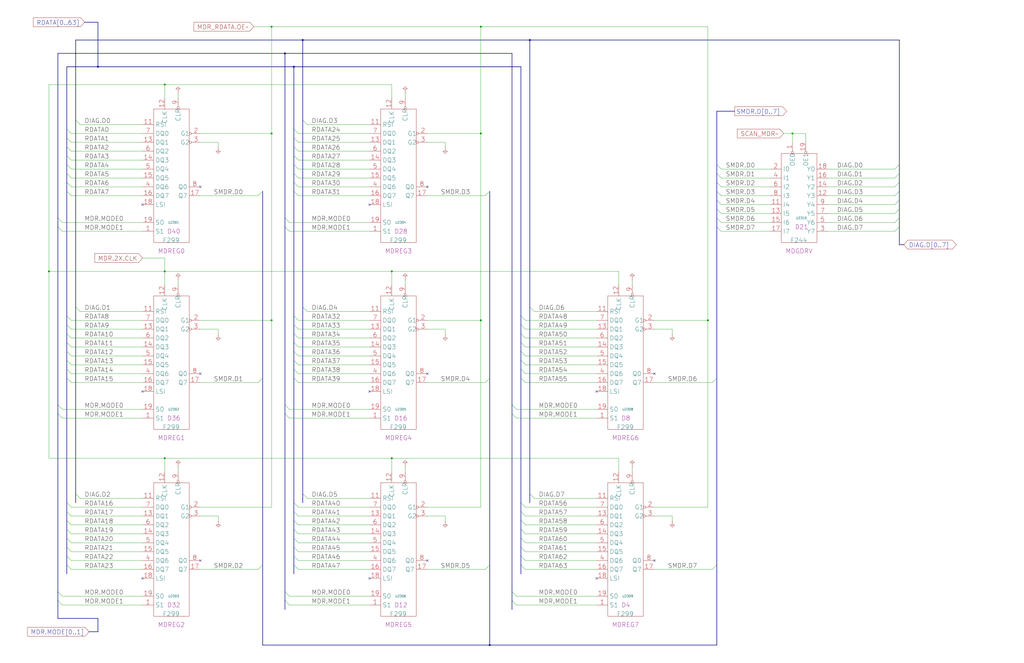
<source format=kicad_sch>
(kicad_sch (version 20220126) (generator eeschema)
  (paper "User" 584.2 378.46)
  (title_block (title "MERGE DATA REGISTER") (date "20-MAR-90") (rev "1.0") (comment 1 "FIU") (comment 2 "232-003065") (comment 3 "S400") (comment 4 "RELEASED"))
  (lib_symbols
    (symbol "r1000:F244" (pin_names (offset 1.016))
      (property "Reference" "U" (at 2.54 5.08 0))
      (property "Value" "F244" (at -3.81 -7.62 0))
      (property "Location" "___" (at -1.27 0 0))
      (property "Name" "______" (at 1.27 -15.24 0))
      (symbol "F244_1_1"
        (rectangle (start -8.89 41.91) (end 11.43 -8.89))
        (circle (center -2.54 42.545) (radius 0.635))
        (circle (center 5.08 42.545) (radius 0.635))
        (pin input line (at -2.54 48.26 270) (length 5.08) (name "OE0") (number "1"))
        (pin input line (at -15.24 12.7 0) (length 6.35) (name "I4") (number "11"))
        (pin tri_state line (at 17.78 17.78 180) (length 6.35) (name "Y3") (number "12"))
        (pin input line (at -15.24 7.62 0) (length 6.35) (name "I5") (number "13"))
        (pin tri_state line (at 17.78 22.86 180) (length 6.35) (name "Y2") (number "14"))
        (pin input line (at -15.24 2.54 0) (length 6.35) (name "I6") (number "15"))
        (pin tri_state line (at 17.78 27.94 180) (length 6.35) (name "Y1") (number "16"))
        (pin input line (at -15.24 -2.54 0) (length 6.35) (name "I7") (number "17"))
        (pin tri_state line (at 17.78 33.02 180) (length 6.35) (name "Y0") (number "18"))
        (pin input line (at 5.08 48.26 270) (length 5.08) (name "OE1") (number "19"))
        (pin input line (at -15.24 33.02 0) (length 6.35) (name "I0") (number "2"))
        (pin tri_state line (at 17.78 -2.54 180) (length 6.35) (name "Y7") (number "3"))
        (pin input line (at -15.24 27.94 0) (length 6.35) (name "I1") (number "4"))
        (pin tri_state line (at 17.78 2.54 180) (length 6.35) (name "Y6") (number "5"))
        (pin input line (at -15.24 22.86 0) (length 6.35) (name "I2") (number "6"))
        (pin tri_state line (at 17.78 7.62 180) (length 6.35) (name "Y5") (number "7"))
        (pin input line (at -15.24 17.78 0) (length 6.35) (name "I3") (number "8"))
        (pin tri_state line (at 17.78 12.7 180) (length 6.35) (name "Y4") (number "9"))
      )
    )
    (symbol "r1000:F299" (pin_names (offset 1.016))
      (property "Reference" "U" (at 2.54 5.08 0))
      (property "Value" "F299" (at -3.81 -5.08 0))
      (property "Location" "___" (at -1.27 0 0))
      (property "Name" "______" (at 1.27 -12.7 0))
      (symbol "F299_1_1"
        (rectangle (start -8.89 69.85) (end 11.43 -6.35))
        (circle (center 5.08 70.485) (radius 0.635))
        (circle (center 12.065 50.8) (radius 0.635))
        (circle (center 12.065 55.88) (radius 0.635))
        (pin input line (at -15.24 0 0) (length 6.35) (name "S1") (number "1"))
        (pin input line (at -15.24 60.96 0) (length 6.35) (name "RSI") (number "11"))
        (pin input line (at -2.54 76.2 270) (length 6.35) (name "CLK") (number "12"))
        (pin tri_state line (at -15.24 50.8 0) (length 6.35) (name "DQ1") (number "13"))
        (pin tri_state line (at -15.24 40.64 0) (length 6.35) (name "DQ3") (number "14"))
        (pin tri_state line (at -15.24 30.48 0) (length 6.35) (name "DQ5") (number "15"))
        (pin tri_state line (at -15.24 20.32 0) (length 6.35) (name "DQ7") (number "16"))
        (pin output line (at 17.78 20.32 180) (length 6.35) (name "Q7") (number "17"))
        (pin input line (at -15.24 15.24 0) (length 6.35) (name "LSI") (number "18"))
        (pin input line (at -15.24 5.08 0) (length 6.35) (name "S0") (number "19"))
        (pin input line (at 17.78 55.88 180) (length 5.08) (name "G1") (number "2"))
        (pin input line (at 17.78 50.8 180) (length 5.08) (name "G2") (number "3"))
        (pin tri_state line (at -15.24 25.4 0) (length 6.35) (name "DQ6") (number "4"))
        (pin tri_state line (at -15.24 35.56 0) (length 6.35) (name "DQ4") (number "5"))
        (pin tri_state line (at -15.24 45.72 0) (length 6.35) (name "DQ2") (number "6"))
        (pin tri_state line (at -15.24 55.88 0) (length 6.35) (name "DQ0") (number "7"))
        (pin output line (at 17.78 25.4 180) (length 6.35) (name "Q0") (number "8"))
        (pin input line (at 5.08 76.2 270) (length 5.08) (name "CLR") (number "9"))
      )
    )
    (symbol "r1000:PD" (power) (pin_numbers hide) (pin_names hide) (in_bom no)
      (symbol "PD_0_1"
        (polyline (pts (xy 0 -2.54) (xy 1.27 -2.54) (xy 0 -3.81) (xy -1.27 -2.54) (xy 0 -2.54)) (stroke (width 0.1524)))
      )
      (symbol "PD_1_1"
        (pin power_in line (at 0 0 270) (length 2.54) (name "PD") (number "1"))
      )
    )
    (symbol "r1000:PU" (power) (pin_numbers hide) (pin_names hide)
      (symbol "PU_0_1"
        (polyline (pts (xy 0 2.54) (xy -1.27 2.54) (xy 0 3.81) (xy 1.27 2.54) (xy 0 2.54)) (stroke (width 0.1524)))
      )
      (symbol "PU_1_1"
        (pin power_in line (at 0 0 90) (length 2.54) (name "PU") (number "1"))
      )
    )
  )
  (bus (pts (xy 149.86 109.22) (xy 149.86 215.9)))
  (bus (pts (xy 149.86 215.9) (xy 149.86 322.58)))
  (bus (pts (xy 149.86 322.58) (xy 149.86 368.3)))
  (bus (pts (xy 149.86 368.3) (xy 279.4 368.3)))
  (bus (pts (xy 162.56 124.46) (xy 162.56 129.54)))
  (bus (pts (xy 162.56 129.54) (xy 162.56 231.14)))
  (bus (pts (xy 162.56 231.14) (xy 162.56 236.22)))
  (bus (pts (xy 162.56 236.22) (xy 162.56 337.82)))
  (bus (pts (xy 162.56 30.48) (xy 162.56 124.46)))
  (bus (pts (xy 162.56 30.48) (xy 292.1 30.48)))
  (bus (pts (xy 162.56 337.82) (xy 162.56 342.9)))
  (bus (pts (xy 162.56 342.9) (xy 162.56 347.98)))
  (bus (pts (xy 167.64 104.14) (xy 167.64 109.22)))
  (bus (pts (xy 167.64 109.22) (xy 167.64 180.34)))
  (bus (pts (xy 167.64 180.34) (xy 167.64 185.42)))
  (bus (pts (xy 167.64 185.42) (xy 167.64 190.5)))
  (bus (pts (xy 167.64 190.5) (xy 167.64 195.58)))
  (bus (pts (xy 167.64 195.58) (xy 167.64 200.66)))
  (bus (pts (xy 167.64 200.66) (xy 167.64 205.74)))
  (bus (pts (xy 167.64 205.74) (xy 167.64 210.82)))
  (bus (pts (xy 167.64 210.82) (xy 167.64 215.9)))
  (bus (pts (xy 167.64 215.9) (xy 167.64 287.02)))
  (bus (pts (xy 167.64 287.02) (xy 167.64 292.1)))
  (bus (pts (xy 167.64 292.1) (xy 167.64 297.18)))
  (bus (pts (xy 167.64 297.18) (xy 167.64 302.26)))
  (bus (pts (xy 167.64 302.26) (xy 167.64 307.34)))
  (bus (pts (xy 167.64 307.34) (xy 167.64 312.42)))
  (bus (pts (xy 167.64 312.42) (xy 167.64 317.5)))
  (bus (pts (xy 167.64 317.5) (xy 167.64 322.58)))
  (bus (pts (xy 167.64 322.58) (xy 167.64 327.66)))
  (bus (pts (xy 167.64 38.1) (xy 167.64 73.66)))
  (bus (pts (xy 167.64 38.1) (xy 297.18 38.1)))
  (bus (pts (xy 167.64 73.66) (xy 167.64 78.74)))
  (bus (pts (xy 167.64 78.74) (xy 167.64 83.82)))
  (bus (pts (xy 167.64 83.82) (xy 167.64 88.9)))
  (bus (pts (xy 167.64 88.9) (xy 167.64 93.98)))
  (bus (pts (xy 167.64 93.98) (xy 167.64 99.06)))
  (bus (pts (xy 167.64 99.06) (xy 167.64 104.14)))
  (bus (pts (xy 172.72 175.26) (xy 172.72 281.94)))
  (bus (pts (xy 172.72 22.86) (xy 172.72 68.58)))
  (bus (pts (xy 172.72 22.86) (xy 302.26 22.86)))
  (bus (pts (xy 172.72 281.94) (xy 172.72 287.02)))
  (bus (pts (xy 172.72 68.58) (xy 172.72 175.26)))
  (bus (pts (xy 279.4 109.22) (xy 279.4 215.9)))
  (bus (pts (xy 279.4 215.9) (xy 279.4 322.58)))
  (bus (pts (xy 279.4 322.58) (xy 279.4 368.3)))
  (bus (pts (xy 279.4 368.3) (xy 408.94 368.3)))
  (bus (pts (xy 292.1 231.14) (xy 292.1 236.22)))
  (bus (pts (xy 292.1 236.22) (xy 292.1 337.82)))
  (bus (pts (xy 292.1 30.48) (xy 292.1 231.14)))
  (bus (pts (xy 292.1 337.82) (xy 292.1 342.9)))
  (bus (pts (xy 292.1 342.9) (xy 292.1 347.98)))
  (bus (pts (xy 297.18 180.34) (xy 297.18 185.42)))
  (bus (pts (xy 297.18 185.42) (xy 297.18 190.5)))
  (bus (pts (xy 297.18 190.5) (xy 297.18 195.58)))
  (bus (pts (xy 297.18 195.58) (xy 297.18 200.66)))
  (bus (pts (xy 297.18 200.66) (xy 297.18 205.74)))
  (bus (pts (xy 297.18 205.74) (xy 297.18 210.82)))
  (bus (pts (xy 297.18 210.82) (xy 297.18 215.9)))
  (bus (pts (xy 297.18 215.9) (xy 297.18 287.02)))
  (bus (pts (xy 297.18 287.02) (xy 297.18 292.1)))
  (bus (pts (xy 297.18 292.1) (xy 297.18 297.18)))
  (bus (pts (xy 297.18 297.18) (xy 297.18 302.26)))
  (bus (pts (xy 297.18 302.26) (xy 297.18 307.34)))
  (bus (pts (xy 297.18 307.34) (xy 297.18 312.42)))
  (bus (pts (xy 297.18 312.42) (xy 297.18 317.5)))
  (bus (pts (xy 297.18 317.5) (xy 297.18 322.58)))
  (bus (pts (xy 297.18 322.58) (xy 297.18 327.66)))
  (bus (pts (xy 297.18 38.1) (xy 297.18 180.34)))
  (bus (pts (xy 302.26 175.26) (xy 302.26 281.94)))
  (bus (pts (xy 302.26 22.86) (xy 302.26 175.26)))
  (bus (pts (xy 302.26 281.94) (xy 302.26 287.02)))
  (bus (pts (xy 33.02 124.46) (xy 33.02 129.54)))
  (bus (pts (xy 33.02 129.54) (xy 33.02 231.14)))
  (bus (pts (xy 33.02 231.14) (xy 33.02 236.22)))
  (bus (pts (xy 33.02 236.22) (xy 33.02 337.82)))
  (bus (pts (xy 33.02 30.48) (xy 162.56 30.48)))
  (bus (pts (xy 33.02 30.48) (xy 33.02 124.46)))
  (bus (pts (xy 33.02 337.82) (xy 33.02 342.9)))
  (bus (pts (xy 33.02 342.9) (xy 33.02 353.06)))
  (bus (pts (xy 38.1 104.14) (xy 38.1 109.22)))
  (bus (pts (xy 38.1 109.22) (xy 38.1 180.34)))
  (bus (pts (xy 38.1 180.34) (xy 38.1 185.42)))
  (bus (pts (xy 38.1 185.42) (xy 38.1 190.5)))
  (bus (pts (xy 38.1 190.5) (xy 38.1 195.58)))
  (bus (pts (xy 38.1 195.58) (xy 38.1 200.66)))
  (bus (pts (xy 38.1 200.66) (xy 38.1 205.74)))
  (bus (pts (xy 38.1 205.74) (xy 38.1 210.82)))
  (bus (pts (xy 38.1 210.82) (xy 38.1 215.9)))
  (bus (pts (xy 38.1 215.9) (xy 38.1 287.02)))
  (bus (pts (xy 38.1 287.02) (xy 38.1 292.1)))
  (bus (pts (xy 38.1 292.1) (xy 38.1 297.18)))
  (bus (pts (xy 38.1 297.18) (xy 38.1 302.26)))
  (bus (pts (xy 38.1 302.26) (xy 38.1 307.34)))
  (bus (pts (xy 38.1 307.34) (xy 38.1 312.42)))
  (bus (pts (xy 38.1 312.42) (xy 38.1 317.5)))
  (bus (pts (xy 38.1 317.5) (xy 38.1 322.58)))
  (bus (pts (xy 38.1 322.58) (xy 38.1 327.66)))
  (bus (pts (xy 38.1 38.1) (xy 38.1 73.66)))
  (bus (pts (xy 38.1 38.1) (xy 55.88 38.1)))
  (bus (pts (xy 38.1 73.66) (xy 38.1 78.74)))
  (bus (pts (xy 38.1 78.74) (xy 38.1 83.82)))
  (bus (pts (xy 38.1 83.82) (xy 38.1 88.9)))
  (bus (pts (xy 38.1 88.9) (xy 38.1 93.98)))
  (bus (pts (xy 38.1 93.98) (xy 38.1 99.06)))
  (bus (pts (xy 38.1 99.06) (xy 38.1 104.14)))
  (bus (pts (xy 408.94 104.14) (xy 408.94 109.22)))
  (bus (pts (xy 408.94 109.22) (xy 408.94 114.3)))
  (bus (pts (xy 408.94 114.3) (xy 408.94 119.38)))
  (bus (pts (xy 408.94 119.38) (xy 408.94 124.46)))
  (bus (pts (xy 408.94 124.46) (xy 408.94 129.54)))
  (bus (pts (xy 408.94 129.54) (xy 408.94 215.9)))
  (bus (pts (xy 408.94 215.9) (xy 408.94 322.58)))
  (bus (pts (xy 408.94 322.58) (xy 408.94 368.3)))
  (bus (pts (xy 408.94 63.5) (xy 408.94 93.98)))
  (bus (pts (xy 408.94 63.5) (xy 419.1 63.5)))
  (bus (pts (xy 408.94 93.98) (xy 408.94 99.06)))
  (bus (pts (xy 408.94 99.06) (xy 408.94 104.14)))
  (bus (pts (xy 43.18 175.26) (xy 43.18 281.94)))
  (bus (pts (xy 43.18 22.86) (xy 172.72 22.86)))
  (bus (pts (xy 43.18 22.86) (xy 43.18 68.58)))
  (bus (pts (xy 43.18 281.94) (xy 43.18 287.02)))
  (bus (pts (xy 43.18 68.58) (xy 43.18 175.26)))
  (bus (pts (xy 48.26 12.7) (xy 55.88 12.7)))
  (bus (pts (xy 50.8 360.68) (xy 55.88 360.68)))
  (bus (pts (xy 513.08 104.14) (xy 513.08 109.22)))
  (bus (pts (xy 513.08 109.22) (xy 513.08 114.3)))
  (bus (pts (xy 513.08 114.3) (xy 513.08 119.38)))
  (bus (pts (xy 513.08 119.38) (xy 513.08 124.46)))
  (bus (pts (xy 513.08 124.46) (xy 513.08 129.54)))
  (bus (pts (xy 513.08 129.54) (xy 513.08 139.7)))
  (bus (pts (xy 513.08 22.86) (xy 302.26 22.86)))
  (bus (pts (xy 513.08 22.86) (xy 513.08 93.98)))
  (bus (pts (xy 513.08 93.98) (xy 513.08 99.06)))
  (bus (pts (xy 513.08 99.06) (xy 513.08 104.14)))
  (bus (pts (xy 515.62 139.7) (xy 513.08 139.7)))
  (bus (pts (xy 55.88 12.7) (xy 55.88 38.1)))
  (bus (pts (xy 55.88 353.06) (xy 33.02 353.06)))
  (bus (pts (xy 55.88 360.68) (xy 55.88 353.06)))
  (bus (pts (xy 55.88 38.1) (xy 167.64 38.1)))
  (wire (pts (xy 101.6 160.02) (xy 101.6 162.56)))
  (wire (pts (xy 101.6 266.7) (xy 101.6 269.24)))
  (wire (pts (xy 101.6 53.34) (xy 101.6 55.88)))
  (wire (pts (xy 114.3 111.76) (xy 147.32 111.76)))
  (wire (pts (xy 114.3 182.88) (xy 154.94 182.88)))
  (wire (pts (xy 114.3 187.96) (xy 124.46 187.96)))
  (wire (pts (xy 114.3 218.44) (xy 147.32 218.44)))
  (wire (pts (xy 114.3 289.56) (xy 154.94 289.56)))
  (wire (pts (xy 114.3 294.64) (xy 124.46 294.64)))
  (wire (pts (xy 114.3 325.12) (xy 147.32 325.12)))
  (wire (pts (xy 114.3 76.2) (xy 154.94 76.2)))
  (wire (pts (xy 114.3 81.28) (xy 124.46 81.28)))
  (wire (pts (xy 124.46 187.96) (xy 124.46 190.5)))
  (wire (pts (xy 124.46 294.64) (xy 124.46 297.18)))
  (wire (pts (xy 124.46 81.28) (xy 124.46 83.82)))
  (wire (pts (xy 144.78 15.24) (xy 154.94 15.24)))
  (wire (pts (xy 154.94 15.24) (xy 274.32 15.24)))
  (wire (pts (xy 154.94 182.88) (xy 154.94 76.2)))
  (wire (pts (xy 154.94 289.56) (xy 154.94 182.88)))
  (wire (pts (xy 154.94 76.2) (xy 154.94 15.24)))
  (wire (pts (xy 165.1 127) (xy 210.82 127)))
  (wire (pts (xy 165.1 132.08) (xy 210.82 132.08)))
  (wire (pts (xy 165.1 233.68) (xy 210.82 233.68)))
  (wire (pts (xy 165.1 238.76) (xy 210.82 238.76)))
  (wire (pts (xy 165.1 340.36) (xy 210.82 340.36)))
  (wire (pts (xy 165.1 345.44) (xy 210.82 345.44)))
  (wire (pts (xy 170.18 101.6) (xy 210.82 101.6)))
  (wire (pts (xy 170.18 106.68) (xy 210.82 106.68)))
  (wire (pts (xy 170.18 111.76) (xy 210.82 111.76)))
  (wire (pts (xy 170.18 182.88) (xy 210.82 182.88)))
  (wire (pts (xy 170.18 187.96) (xy 210.82 187.96)))
  (wire (pts (xy 170.18 193.04) (xy 210.82 193.04)))
  (wire (pts (xy 170.18 198.12) (xy 210.82 198.12)))
  (wire (pts (xy 170.18 203.2) (xy 210.82 203.2)))
  (wire (pts (xy 170.18 208.28) (xy 210.82 208.28)))
  (wire (pts (xy 170.18 213.36) (xy 210.82 213.36)))
  (wire (pts (xy 170.18 218.44) (xy 210.82 218.44)))
  (wire (pts (xy 170.18 289.56) (xy 210.82 289.56)))
  (wire (pts (xy 170.18 294.64) (xy 210.82 294.64)))
  (wire (pts (xy 170.18 299.72) (xy 210.82 299.72)))
  (wire (pts (xy 170.18 304.8) (xy 210.82 304.8)))
  (wire (pts (xy 170.18 309.88) (xy 210.82 309.88)))
  (wire (pts (xy 170.18 314.96) (xy 210.82 314.96)))
  (wire (pts (xy 170.18 320.04) (xy 210.82 320.04)))
  (wire (pts (xy 170.18 325.12) (xy 210.82 325.12)))
  (wire (pts (xy 170.18 76.2) (xy 210.82 76.2)))
  (wire (pts (xy 170.18 81.28) (xy 210.82 81.28)))
  (wire (pts (xy 170.18 86.36) (xy 210.82 86.36)))
  (wire (pts (xy 170.18 91.44) (xy 210.82 91.44)))
  (wire (pts (xy 170.18 96.52) (xy 210.82 96.52)))
  (wire (pts (xy 175.26 177.8) (xy 210.82 177.8)))
  (wire (pts (xy 175.26 284.48) (xy 210.82 284.48)))
  (wire (pts (xy 175.26 71.12) (xy 210.82 71.12)))
  (wire (pts (xy 223.52 154.94) (xy 223.52 162.56)))
  (wire (pts (xy 223.52 154.94) (xy 93.98 154.94)))
  (wire (pts (xy 223.52 261.62) (xy 223.52 269.24)))
  (wire (pts (xy 223.52 261.62) (xy 353.06 261.62)))
  (wire (pts (xy 223.52 48.26) (xy 223.52 55.88)))
  (wire (pts (xy 231.14 160.02) (xy 231.14 162.56)))
  (wire (pts (xy 231.14 266.7) (xy 231.14 269.24)))
  (wire (pts (xy 231.14 53.34) (xy 231.14 55.88)))
  (wire (pts (xy 243.84 111.76) (xy 276.86 111.76)))
  (wire (pts (xy 243.84 182.88) (xy 274.32 182.88)))
  (wire (pts (xy 243.84 187.96) (xy 254 187.96)))
  (wire (pts (xy 243.84 218.44) (xy 276.86 218.44)))
  (wire (pts (xy 243.84 289.56) (xy 274.32 289.56)))
  (wire (pts (xy 243.84 294.64) (xy 254 294.64)))
  (wire (pts (xy 243.84 325.12) (xy 276.86 325.12)))
  (wire (pts (xy 243.84 76.2) (xy 274.32 76.2)))
  (wire (pts (xy 243.84 81.28) (xy 254 81.28)))
  (wire (pts (xy 254 187.96) (xy 254 190.5)))
  (wire (pts (xy 254 294.64) (xy 254 297.18)))
  (wire (pts (xy 254 81.28) (xy 254 83.82)))
  (wire (pts (xy 27.94 154.94) (xy 27.94 48.26)))
  (wire (pts (xy 27.94 261.62) (xy 27.94 154.94)))
  (wire (pts (xy 27.94 261.62) (xy 93.98 261.62)))
  (wire (pts (xy 27.94 48.26) (xy 93.98 48.26)))
  (wire (pts (xy 274.32 15.24) (xy 274.32 76.2)))
  (wire (pts (xy 274.32 15.24) (xy 403.86 15.24)))
  (wire (pts (xy 274.32 182.88) (xy 274.32 289.56)))
  (wire (pts (xy 274.32 76.2) (xy 274.32 182.88)))
  (wire (pts (xy 294.64 233.68) (xy 340.36 233.68)))
  (wire (pts (xy 294.64 238.76) (xy 340.36 238.76)))
  (wire (pts (xy 294.64 340.36) (xy 340.36 340.36)))
  (wire (pts (xy 294.64 345.44) (xy 340.36 345.44)))
  (wire (pts (xy 299.72 182.88) (xy 340.36 182.88)))
  (wire (pts (xy 299.72 187.96) (xy 340.36 187.96)))
  (wire (pts (xy 299.72 193.04) (xy 340.36 193.04)))
  (wire (pts (xy 299.72 198.12) (xy 340.36 198.12)))
  (wire (pts (xy 299.72 203.2) (xy 340.36 203.2)))
  (wire (pts (xy 299.72 208.28) (xy 340.36 208.28)))
  (wire (pts (xy 299.72 213.36) (xy 340.36 213.36)))
  (wire (pts (xy 299.72 218.44) (xy 340.36 218.44)))
  (wire (pts (xy 299.72 289.56) (xy 340.36 289.56)))
  (wire (pts (xy 299.72 294.64) (xy 340.36 294.64)))
  (wire (pts (xy 299.72 299.72) (xy 340.36 299.72)))
  (wire (pts (xy 299.72 304.8) (xy 340.36 304.8)))
  (wire (pts (xy 299.72 309.88) (xy 340.36 309.88)))
  (wire (pts (xy 299.72 314.96) (xy 340.36 314.96)))
  (wire (pts (xy 299.72 320.04) (xy 340.36 320.04)))
  (wire (pts (xy 299.72 325.12) (xy 340.36 325.12)))
  (wire (pts (xy 304.8 177.8) (xy 340.36 177.8)))
  (wire (pts (xy 304.8 284.48) (xy 340.36 284.48)))
  (wire (pts (xy 35.56 127) (xy 81.28 127)))
  (wire (pts (xy 35.56 132.08) (xy 81.28 132.08)))
  (wire (pts (xy 35.56 233.68) (xy 81.28 233.68)))
  (wire (pts (xy 35.56 238.76) (xy 81.28 238.76)))
  (wire (pts (xy 35.56 340.36) (xy 81.28 340.36)))
  (wire (pts (xy 35.56 345.44) (xy 81.28 345.44)))
  (wire (pts (xy 353.06 154.94) (xy 223.52 154.94)))
  (wire (pts (xy 353.06 162.56) (xy 353.06 154.94)))
  (wire (pts (xy 353.06 261.62) (xy 353.06 269.24)))
  (wire (pts (xy 360.68 160.02) (xy 360.68 162.56)))
  (wire (pts (xy 360.68 266.7) (xy 360.68 269.24)))
  (wire (pts (xy 373.38 182.88) (xy 403.86 182.88)))
  (wire (pts (xy 373.38 187.96) (xy 383.54 187.96)))
  (wire (pts (xy 373.38 218.44) (xy 406.4 218.44)))
  (wire (pts (xy 373.38 294.64) (xy 383.54 294.64)))
  (wire (pts (xy 373.38 325.12) (xy 406.4 325.12)))
  (wire (pts (xy 383.54 187.96) (xy 383.54 190.5)))
  (wire (pts (xy 383.54 294.64) (xy 383.54 297.18)))
  (wire (pts (xy 40.64 101.6) (xy 81.28 101.6)))
  (wire (pts (xy 40.64 106.68) (xy 81.28 106.68)))
  (wire (pts (xy 40.64 111.76) (xy 81.28 111.76)))
  (wire (pts (xy 40.64 182.88) (xy 81.28 182.88)))
  (wire (pts (xy 40.64 187.96) (xy 81.28 187.96)))
  (wire (pts (xy 40.64 193.04) (xy 81.28 193.04)))
  (wire (pts (xy 40.64 198.12) (xy 81.28 198.12)))
  (wire (pts (xy 40.64 203.2) (xy 81.28 203.2)))
  (wire (pts (xy 40.64 208.28) (xy 81.28 208.28)))
  (wire (pts (xy 40.64 213.36) (xy 81.28 213.36)))
  (wire (pts (xy 40.64 218.44) (xy 81.28 218.44)))
  (wire (pts (xy 40.64 289.56) (xy 81.28 289.56)))
  (wire (pts (xy 40.64 294.64) (xy 81.28 294.64)))
  (wire (pts (xy 40.64 299.72) (xy 81.28 299.72)))
  (wire (pts (xy 40.64 304.8) (xy 81.28 304.8)))
  (wire (pts (xy 40.64 309.88) (xy 81.28 309.88)))
  (wire (pts (xy 40.64 314.96) (xy 81.28 314.96)))
  (wire (pts (xy 40.64 320.04) (xy 81.28 320.04)))
  (wire (pts (xy 40.64 325.12) (xy 81.28 325.12)))
  (wire (pts (xy 40.64 76.2) (xy 81.28 76.2)))
  (wire (pts (xy 40.64 81.28) (xy 81.28 81.28)))
  (wire (pts (xy 40.64 86.36) (xy 81.28 86.36)))
  (wire (pts (xy 40.64 91.44) (xy 81.28 91.44)))
  (wire (pts (xy 40.64 96.52) (xy 81.28 96.52)))
  (wire (pts (xy 403.86 15.24) (xy 403.86 182.88)))
  (wire (pts (xy 403.86 182.88) (xy 403.86 289.56)))
  (wire (pts (xy 403.86 289.56) (xy 373.38 289.56)))
  (wire (pts (xy 411.48 101.6) (xy 439.42 101.6)))
  (wire (pts (xy 411.48 106.68) (xy 439.42 106.68)))
  (wire (pts (xy 411.48 111.76) (xy 439.42 111.76)))
  (wire (pts (xy 411.48 116.84) (xy 439.42 116.84)))
  (wire (pts (xy 411.48 121.92) (xy 439.42 121.92)))
  (wire (pts (xy 411.48 127) (xy 439.42 127)))
  (wire (pts (xy 411.48 132.08) (xy 439.42 132.08)))
  (wire (pts (xy 411.48 96.52) (xy 439.42 96.52)))
  (wire (pts (xy 45.72 177.8) (xy 81.28 177.8)))
  (wire (pts (xy 45.72 284.48) (xy 81.28 284.48)))
  (wire (pts (xy 45.72 71.12) (xy 81.28 71.12)))
  (wire (pts (xy 452.12 76.2) (xy 447.04 76.2)))
  (wire (pts (xy 452.12 76.2) (xy 452.12 81.28)))
  (wire (pts (xy 459.74 76.2) (xy 452.12 76.2)))
  (wire (pts (xy 459.74 81.28) (xy 459.74 76.2)))
  (wire (pts (xy 472.44 101.6) (xy 510.54 101.6)))
  (wire (pts (xy 472.44 106.68) (xy 510.54 106.68)))
  (wire (pts (xy 472.44 111.76) (xy 510.54 111.76)))
  (wire (pts (xy 472.44 116.84) (xy 510.54 116.84)))
  (wire (pts (xy 472.44 121.92) (xy 510.54 121.92)))
  (wire (pts (xy 472.44 127) (xy 510.54 127)))
  (wire (pts (xy 472.44 132.08) (xy 510.54 132.08)))
  (wire (pts (xy 472.44 96.52) (xy 510.54 96.52)))
  (wire (pts (xy 81.28 147.32) (xy 93.98 147.32)))
  (wire (pts (xy 93.98 147.32) (xy 93.98 154.94)))
  (wire (pts (xy 93.98 154.94) (xy 27.94 154.94)))
  (wire (pts (xy 93.98 154.94) (xy 93.98 162.56)))
  (wire (pts (xy 93.98 261.62) (xy 223.52 261.62)))
  (wire (pts (xy 93.98 269.24) (xy 93.98 261.62)))
  (wire (pts (xy 93.98 48.26) (xy 223.52 48.26)))
  (wire (pts (xy 93.98 48.26) (xy 93.98 55.88)))
  (junction (at 27.94 154.94))
  (bus_entry (at 33.02 124.46) (size 2.54 2.54))
  (bus_entry (at 33.02 129.54) (size 2.54 2.54))
  (bus_entry (at 33.02 231.14) (size 2.54 2.54))
  (bus_entry (at 33.02 236.22) (size 2.54 2.54))
  (bus_entry (at 33.02 337.82) (size 2.54 2.54))
  (bus_entry (at 33.02 342.9) (size 2.54 2.54))
  (bus_entry (at 38.1 73.66) (size 2.54 2.54))
  (bus_entry (at 38.1 78.74) (size 2.54 2.54))
  (bus_entry (at 38.1 83.82) (size 2.54 2.54))
  (bus_entry (at 38.1 88.9) (size 2.54 2.54))
  (bus_entry (at 38.1 93.98) (size 2.54 2.54))
  (bus_entry (at 38.1 99.06) (size 2.54 2.54))
  (bus_entry (at 38.1 104.14) (size 2.54 2.54))
  (bus_entry (at 38.1 109.22) (size 2.54 2.54))
  (bus_entry (at 38.1 180.34) (size 2.54 2.54))
  (bus_entry (at 38.1 185.42) (size 2.54 2.54))
  (bus_entry (at 38.1 190.5) (size 2.54 2.54))
  (bus_entry (at 38.1 195.58) (size 2.54 2.54))
  (bus_entry (at 38.1 200.66) (size 2.54 2.54))
  (bus_entry (at 38.1 205.74) (size 2.54 2.54))
  (bus_entry (at 38.1 210.82) (size 2.54 2.54))
  (bus_entry (at 38.1 215.9) (size 2.54 2.54))
  (bus_entry (at 38.1 287.02) (size 2.54 2.54))
  (bus_entry (at 38.1 292.1) (size 2.54 2.54))
  (bus_entry (at 38.1 297.18) (size 2.54 2.54))
  (bus_entry (at 38.1 302.26) (size 2.54 2.54))
  (bus_entry (at 38.1 307.34) (size 2.54 2.54))
  (bus_entry (at 38.1 312.42) (size 2.54 2.54))
  (bus_entry (at 38.1 317.5) (size 2.54 2.54))
  (bus_entry (at 38.1 322.58) (size 2.54 2.54))
  (bus_entry (at 43.18 68.58) (size 2.54 2.54))
  (bus_entry (at 43.18 175.26) (size 2.54 2.54))
  (bus_entry (at 43.18 281.94) (size 2.54 2.54))
  (global_label "RDATA[0..63]" (shape input) (at 48.26 12.7 180) (effects (font (size 2.54 2.54))) (property "Intersheet References" "${INTERSHEET_REFS}" (at 19.0016 12.5413 0) (effects (font (size 2.54 2.54)) (justify right))))
  (label "DIAG.D0" (at 48.26 71.12 0) (effects (font (size 2.54 2.54))))
  (label "RDATA0" (at 48.26 76.2 0) (effects (font (size 2.54 2.54))))
  (label "RDATA1" (at 48.26 81.28 0) (effects (font (size 2.54 2.54))))
  (label "RDATA2" (at 48.26 86.36 0) (effects (font (size 2.54 2.54))))
  (label "RDATA3" (at 48.26 91.44 0) (effects (font (size 2.54 2.54))))
  (label "RDATA4" (at 48.26 96.52 0) (effects (font (size 2.54 2.54))))
  (label "RDATA5" (at 48.26 101.6 0) (effects (font (size 2.54 2.54))))
  (label "RDATA6" (at 48.26 106.68 0) (effects (font (size 2.54 2.54))))
  (label "RDATA7" (at 48.26 111.76 0) (effects (font (size 2.54 2.54))))
  (label "MDR.MODE0" (at 48.26 127 0) (effects (font (size 2.54 2.54))))
  (label "MDR.MODE1" (at 48.26 132.08 0) (effects (font (size 2.54 2.54))))
  (label "DIAG.D1" (at 48.26 177.8 0) (effects (font (size 2.54 2.54))))
  (label "RDATA8" (at 48.26 182.88 0) (effects (font (size 2.54 2.54))))
  (label "RDATA9" (at 48.26 187.96 0) (effects (font (size 2.54 2.54))))
  (label "RDATA10" (at 48.26 193.04 0) (effects (font (size 2.54 2.54))))
  (label "RDATA11" (at 48.26 198.12 0) (effects (font (size 2.54 2.54))))
  (label "RDATA12" (at 48.26 203.2 0) (effects (font (size 2.54 2.54))))
  (label "RDATA13" (at 48.26 208.28 0) (effects (font (size 2.54 2.54))))
  (label "RDATA14" (at 48.26 213.36 0) (effects (font (size 2.54 2.54))))
  (label "RDATA15" (at 48.26 218.44 0) (effects (font (size 2.54 2.54))))
  (label "MDR.MODE0" (at 48.26 233.68 0) (effects (font (size 2.54 2.54))))
  (label "MDR.MODE1" (at 48.26 238.76 0) (effects (font (size 2.54 2.54))))
  (label "DIAG.D2" (at 48.26 284.48 0) (effects (font (size 2.54 2.54))))
  (label "RDATA16" (at 48.26 289.56 0) (effects (font (size 2.54 2.54))))
  (label "RDATA17" (at 48.26 294.64 0) (effects (font (size 2.54 2.54))))
  (label "RDATA18" (at 48.26 299.72 0) (effects (font (size 2.54 2.54))))
  (label "RDATA19" (at 48.26 304.8 0) (effects (font (size 2.54 2.54))))
  (label "RDATA20" (at 48.26 309.88 0) (effects (font (size 2.54 2.54))))
  (label "RDATA21" (at 48.26 314.96 0) (effects (font (size 2.54 2.54))))
  (label "RDATA22" (at 48.26 320.04 0) (effects (font (size 2.54 2.54))))
  (label "RDATA23" (at 48.26 325.12 0) (effects (font (size 2.54 2.54))))
  (label "MDR.MODE0" (at 48.26 340.36 0) (effects (font (size 2.54 2.54))))
  (label "MDR.MODE1" (at 48.26 345.44 0) (effects (font (size 2.54 2.54))))
  (global_label "MDR.MODE[0..1]" (shape input) (at 50.8 360.68 180) (effects (font (size 2.54 2.54))) (property "Intersheet References" "${INTERSHEET_REFS}" (at 15.7359 360.5213 0) (effects (font (size 2.54 2.54)) (justify right))))
  (junction (at 55.88 38.1))
  (no_connect (at 81.28 116.84))
  (global_label "MDR.2X.CLK" (shape input) (at 81.28 147.32 180) (effects (font (size 2.54 2.54))) (property "Intersheet References" "${INTERSHEET_REFS}" (at 54.0778 147.1613 0) (effects (font (size 2.54 2.54)) (justify right))))
  (no_connect (at 81.28 223.52))
  (no_connect (at 81.28 330.2))
  (junction (at 93.98 48.26))
  (junction (at 93.98 154.94))
  (junction (at 93.98 261.62))
  (symbol (lib_id "r1000:F299") (at 96.52 132.08 0) (unit 1)
    (property "Reference" "U2301" (at 99.06 127 0))
    (property "Value" "F299" (at 92.71 137.16 0) (effects (font (size 2.54 2.54)) (justify left)))
    (property "Location" "D40" (at 95.25 132.08 0) (effects (font (size 2.54 2.54)) (justify left)))
    (property "Name" "MDREG0" (at 97.79 144.78 0) (effects (font (size 2.54 2.54)) (justify bottom)))
  )
  (symbol (lib_id "r1000:F299") (at 96.52 238.76 0) (unit 1)
    (property "Reference" "U2302" (at 99.06 233.68 0))
    (property "Value" "F299" (at 92.71 243.84 0) (effects (font (size 2.54 2.54)) (justify left)))
    (property "Location" "D36" (at 95.25 238.76 0) (effects (font (size 2.54 2.54)) (justify left)))
    (property "Name" "MDREG1" (at 97.79 251.46 0) (effects (font (size 2.54 2.54)) (justify bottom)))
  )
  (symbol (lib_id "r1000:F299") (at 96.52 345.44 0) (unit 1)
    (property "Reference" "U2303" (at 99.06 340.36 0))
    (property "Value" "F299" (at 92.71 350.52 0) (effects (font (size 2.54 2.54)) (justify left)))
    (property "Location" "D32" (at 95.25 345.44 0) (effects (font (size 2.54 2.54)) (justify left)))
    (property "Name" "MDREG2" (at 97.79 358.14 0) (effects (font (size 2.54 2.54)) (justify bottom)))
  )
  (symbol (lib_id "r1000:PU") (at 101.6 53.34 0) (unit 1)
    (property "Reference" "#PWR02301" (effects hide))
    (property "Value" "PU" (effects hide))
  )
  (symbol (lib_id "r1000:PU") (at 101.6 160.02 0) (unit 1)
    (property "Reference" "#PWR0166" (effects hide))
    (property "Value" "PU" (effects hide))
  )
  (symbol (lib_id "r1000:PU") (at 101.6 266.7 0) (unit 1)
    (property "Reference" "#PWR0163" (effects hide))
    (property "Value" "PU" (effects hide))
  )
  (no_connect (at 114.3 106.68))
  (no_connect (at 114.3 213.36))
  (no_connect (at 114.3 320.04))
  (label "SMDR.D0" (at 121.92 111.76 0) (effects (font (size 2.54 2.54))))
  (label "SMDR.D1" (at 121.92 218.44 0) (effects (font (size 2.54 2.54))))
  (label "SMDR.D2" (at 121.92 325.12 0) (effects (font (size 2.54 2.54))))
  (symbol (lib_id "r1000:PD") (at 124.46 83.82 0) (unit 1) (in_bom no)
    (property "Reference" "#PWR02304" (effects hide))
    (property "Value" "PD" (effects hide))
  )
  (symbol (lib_id "r1000:PD") (at 124.46 190.5 0) (unit 1) (in_bom no)
    (property "Reference" "#PWR0164" (effects hide))
    (property "Value" "PD" (effects hide))
  )
  (symbol (lib_id "r1000:PD") (at 124.46 297.18 0) (unit 1) (in_bom no)
    (property "Reference" "#PWR0165" (effects hide))
    (property "Value" "PD" (effects hide))
  )
  (global_label "MDR_RDATA.OE~" (shape input) (at 144.78 15.24 180) (effects (font (size 2.54 2.54))) (property "Intersheet References" "${INTERSHEET_REFS}" (at 110.6835 15.0813 0) (effects (font (size 2.54 2.54)) (justify right))))
  (bus_entry (at 149.86 109.22) (size -2.54 2.54))
  (bus_entry (at 149.86 215.9) (size -2.54 2.54))
  (bus_entry (at 149.86 322.58) (size -2.54 2.54))
  (junction (at 154.94 15.24))
  (junction (at 154.94 76.2))
  (junction (at 154.94 182.88))
  (junction (at 162.56 30.48))
  (bus_entry (at 162.56 124.46) (size 2.54 2.54))
  (bus_entry (at 162.56 129.54) (size 2.54 2.54))
  (bus_entry (at 162.56 231.14) (size 2.54 2.54))
  (bus_entry (at 162.56 236.22) (size 2.54 2.54))
  (bus_entry (at 162.56 337.82) (size 2.54 2.54))
  (bus_entry (at 162.56 342.9) (size 2.54 2.54))
  (junction (at 167.64 38.1))
  (bus_entry (at 167.64 73.66) (size 2.54 2.54))
  (bus_entry (at 167.64 78.74) (size 2.54 2.54))
  (bus_entry (at 167.64 83.82) (size 2.54 2.54))
  (bus_entry (at 167.64 88.9) (size 2.54 2.54))
  (bus_entry (at 167.64 93.98) (size 2.54 2.54))
  (bus_entry (at 167.64 99.06) (size 2.54 2.54))
  (bus_entry (at 167.64 104.14) (size 2.54 2.54))
  (bus_entry (at 167.64 109.22) (size 2.54 2.54))
  (bus_entry (at 167.64 180.34) (size 2.54 2.54))
  (bus_entry (at 167.64 185.42) (size 2.54 2.54))
  (bus_entry (at 167.64 190.5) (size 2.54 2.54))
  (bus_entry (at 167.64 195.58) (size 2.54 2.54))
  (bus_entry (at 167.64 200.66) (size 2.54 2.54))
  (bus_entry (at 167.64 205.74) (size 2.54 2.54))
  (bus_entry (at 167.64 210.82) (size 2.54 2.54))
  (bus_entry (at 167.64 215.9) (size 2.54 2.54))
  (bus_entry (at 167.64 287.02) (size 2.54 2.54))
  (bus_entry (at 167.64 292.1) (size 2.54 2.54))
  (bus_entry (at 167.64 297.18) (size 2.54 2.54))
  (bus_entry (at 167.64 302.26) (size 2.54 2.54))
  (bus_entry (at 167.64 307.34) (size 2.54 2.54))
  (bus_entry (at 167.64 312.42) (size 2.54 2.54))
  (bus_entry (at 167.64 317.5) (size 2.54 2.54))
  (bus_entry (at 167.64 322.58) (size 2.54 2.54))
  (junction (at 172.72 22.86))
  (bus_entry (at 172.72 68.58) (size 2.54 2.54))
  (bus_entry (at 172.72 175.26) (size 2.54 2.54))
  (bus_entry (at 172.72 281.94) (size 2.54 2.54))
  (label "DIAG.D3" (at 177.8 71.12 0) (effects (font (size 2.54 2.54))))
  (label "RDATA24" (at 177.8 76.2 0) (effects (font (size 2.54 2.54))))
  (label "RDATA25" (at 177.8 81.28 0) (effects (font (size 2.54 2.54))))
  (label "RDATA26" (at 177.8 86.36 0) (effects (font (size 2.54 2.54))))
  (label "RDATA27" (at 177.8 91.44 0) (effects (font (size 2.54 2.54))))
  (label "RDATA28" (at 177.8 96.52 0) (effects (font (size 2.54 2.54))))
  (label "RDATA29" (at 177.8 101.6 0) (effects (font (size 2.54 2.54))))
  (label "RDATA30" (at 177.8 106.68 0) (effects (font (size 2.54 2.54))))
  (label "RDATA31" (at 177.8 111.76 0) (effects (font (size 2.54 2.54))))
  (label "MDR.MODE0" (at 177.8 127 0) (effects (font (size 2.54 2.54))))
  (label "MDR.MODE1" (at 177.8 132.08 0) (effects (font (size 2.54 2.54))))
  (label "DIAG.D4" (at 177.8 177.8 0) (effects (font (size 2.54 2.54))))
  (label "RDATA32" (at 177.8 182.88 0) (effects (font (size 2.54 2.54))))
  (label "RDATA33" (at 177.8 187.96 0) (effects (font (size 2.54 2.54))))
  (label "RDATA34" (at 177.8 193.04 0) (effects (font (size 2.54 2.54))))
  (label "RDATA35" (at 177.8 198.12 0) (effects (font (size 2.54 2.54))))
  (label "RDATA36" (at 177.8 203.2 0) (effects (font (size 2.54 2.54))))
  (label "RDATA37" (at 177.8 208.28 0) (effects (font (size 2.54 2.54))))
  (label "RDATA38" (at 177.8 213.36 0) (effects (font (size 2.54 2.54))))
  (label "RDATA39" (at 177.8 218.44 0) (effects (font (size 2.54 2.54))))
  (label "MDR.MODE0" (at 177.8 233.68 0) (effects (font (size 2.54 2.54))))
  (label "MDR.MODE1" (at 177.8 238.76 0) (effects (font (size 2.54 2.54))))
  (label "DIAG.D5" (at 177.8 284.48 0) (effects (font (size 2.54 2.54))))
  (label "RDATA40" (at 177.8 289.56 0) (effects (font (size 2.54 2.54))))
  (label "RDATA41" (at 177.8 294.64 0) (effects (font (size 2.54 2.54))))
  (label "RDATA42" (at 177.8 299.72 0) (effects (font (size 2.54 2.54))))
  (label "RDATA43" (at 177.8 304.8 0) (effects (font (size 2.54 2.54))))
  (label "RDATA44" (at 177.8 309.88 0) (effects (font (size 2.54 2.54))))
  (label "RDATA45" (at 177.8 314.96 0) (effects (font (size 2.54 2.54))))
  (label "RDATA46" (at 177.8 320.04 0) (effects (font (size 2.54 2.54))))
  (label "RDATA47" (at 177.8 325.12 0) (effects (font (size 2.54 2.54))))
  (label "MDR.MODE0" (at 177.8 340.36 0) (effects (font (size 2.54 2.54))))
  (label "MDR.MODE1" (at 177.8 345.44 0) (effects (font (size 2.54 2.54))))
  (no_connect (at 210.82 116.84))
  (no_connect (at 210.82 223.52))
  (no_connect (at 210.82 330.2))
  (junction (at 223.52 154.94))
  (junction (at 223.52 261.62))
  (symbol (lib_id "r1000:F299") (at 226.06 132.08 0) (unit 1)
    (property "Reference" "U2304" (at 228.6 127 0))
    (property "Value" "F299" (at 222.25 137.16 0) (effects (font (size 2.54 2.54)) (justify left)))
    (property "Location" "D28" (at 224.79 132.08 0) (effects (font (size 2.54 2.54)) (justify left)))
    (property "Name" "MDREG3" (at 227.33 144.78 0) (effects (font (size 2.54 2.54)) (justify bottom)))
  )
  (symbol (lib_id "r1000:F299") (at 226.06 238.76 0) (unit 1)
    (property "Reference" "U2305" (at 228.6 233.68 0))
    (property "Value" "F299" (at 222.25 243.84 0) (effects (font (size 2.54 2.54)) (justify left)))
    (property "Location" "D16" (at 224.79 238.76 0) (effects (font (size 2.54 2.54)) (justify left)))
    (property "Name" "MDREG4" (at 227.33 251.46 0) (effects (font (size 2.54 2.54)) (justify bottom)))
  )
  (symbol (lib_id "r1000:F299") (at 226.06 345.44 0) (unit 1)
    (property "Reference" "U2306" (at 228.6 340.36 0))
    (property "Value" "F299" (at 222.25 350.52 0) (effects (font (size 2.54 2.54)) (justify left)))
    (property "Location" "D12" (at 224.79 345.44 0) (effects (font (size 2.54 2.54)) (justify left)))
    (property "Name" "MDREG5" (at 227.33 358.14 0) (effects (font (size 2.54 2.54)) (justify bottom)))
  )
  (symbol (lib_id "r1000:PU") (at 231.14 53.34 0) (unit 1)
    (property "Reference" "#PWR0162" (effects hide))
    (property "Value" "PU" (effects hide))
  )
  (symbol (lib_id "r1000:PU") (at 231.14 160.02 0) (unit 1)
    (property "Reference" "#PWR0157" (effects hide))
    (property "Value" "PU" (effects hide))
  )
  (symbol (lib_id "r1000:PU") (at 231.14 266.7 0) (unit 1)
    (property "Reference" "#PWR0156" (effects hide))
    (property "Value" "PU" (effects hide))
  )
  (no_connect (at 243.84 106.68))
  (no_connect (at 243.84 213.36))
  (no_connect (at 243.84 320.04))
  (label "SMDR.D3" (at 251.46 111.76 0) (effects (font (size 2.54 2.54))))
  (label "SMDR.D4" (at 251.46 218.44 0) (effects (font (size 2.54 2.54))))
  (label "SMDR.D5" (at 251.46 325.12 0) (effects (font (size 2.54 2.54))))
  (symbol (lib_id "r1000:PD") (at 254 83.82 0) (unit 1) (in_bom no)
    (property "Reference" "#PWR0161" (effects hide))
    (property "Value" "PD" (effects hide))
  )
  (symbol (lib_id "r1000:PD") (at 254 190.5 0) (unit 1) (in_bom no)
    (property "Reference" "#PWR0158" (effects hide))
    (property "Value" "PD" (effects hide))
  )
  (symbol (lib_id "r1000:PD") (at 254 297.18 0) (unit 1) (in_bom no)
    (property "Reference" "#PWR0155" (effects hide))
    (property "Value" "PD" (effects hide))
  )
  (junction (at 274.32 15.24))
  (junction (at 274.32 76.2))
  (junction (at 274.32 182.88))
  (bus_entry (at 279.4 109.22) (size -2.54 2.54))
  (bus_entry (at 279.4 215.9) (size -2.54 2.54))
  (bus_entry (at 279.4 322.58) (size -2.54 2.54))
  (junction (at 279.4 368.3))
  (bus_entry (at 292.1 231.14) (size 2.54 2.54))
  (bus_entry (at 292.1 236.22) (size 2.54 2.54))
  (bus_entry (at 292.1 337.82) (size 2.54 2.54))
  (bus_entry (at 292.1 342.9) (size 2.54 2.54))
  (bus_entry (at 297.18 180.34) (size 2.54 2.54))
  (bus_entry (at 297.18 185.42) (size 2.54 2.54))
  (bus_entry (at 297.18 190.5) (size 2.54 2.54))
  (bus_entry (at 297.18 195.58) (size 2.54 2.54))
  (bus_entry (at 297.18 200.66) (size 2.54 2.54))
  (bus_entry (at 297.18 205.74) (size 2.54 2.54))
  (bus_entry (at 297.18 210.82) (size 2.54 2.54))
  (bus_entry (at 297.18 215.9) (size 2.54 2.54))
  (bus_entry (at 297.18 287.02) (size 2.54 2.54))
  (bus_entry (at 297.18 292.1) (size 2.54 2.54))
  (bus_entry (at 297.18 297.18) (size 2.54 2.54))
  (bus_entry (at 297.18 302.26) (size 2.54 2.54))
  (bus_entry (at 297.18 307.34) (size 2.54 2.54))
  (bus_entry (at 297.18 312.42) (size 2.54 2.54))
  (bus_entry (at 297.18 317.5) (size 2.54 2.54))
  (bus_entry (at 297.18 322.58) (size 2.54 2.54))
  (junction (at 302.26 22.86))
  (bus_entry (at 302.26 175.26) (size 2.54 2.54))
  (bus_entry (at 302.26 281.94) (size 2.54 2.54))
  (label "DIAG.D6" (at 307.34 177.8 0) (effects (font (size 2.54 2.54))))
  (label "RDATA48" (at 307.34 182.88 0) (effects (font (size 2.54 2.54))))
  (label "RDATA49" (at 307.34 187.96 0) (effects (font (size 2.54 2.54))))
  (label "RDATA50" (at 307.34 193.04 0) (effects (font (size 2.54 2.54))))
  (label "RDATA51" (at 307.34 198.12 0) (effects (font (size 2.54 2.54))))
  (label "RDATA52" (at 307.34 203.2 0) (effects (font (size 2.54 2.54))))
  (label "RDATA53" (at 307.34 208.28 0) (effects (font (size 2.54 2.54))))
  (label "RDATA54" (at 307.34 213.36 0) (effects (font (size 2.54 2.54))))
  (label "RDATA55" (at 307.34 218.44 0) (effects (font (size 2.54 2.54))))
  (label "MDR.MODE0" (at 307.34 233.68 0) (effects (font (size 2.54 2.54))))
  (label "MDR.MODE1" (at 307.34 238.76 0) (effects (font (size 2.54 2.54))))
  (label "DIAG.D7" (at 307.34 284.48 0) (effects (font (size 2.54 2.54))))
  (label "RDATA56" (at 307.34 289.56 0) (effects (font (size 2.54 2.54))))
  (label "RDATA57" (at 307.34 294.64 0) (effects (font (size 2.54 2.54))))
  (label "RDATA58" (at 307.34 299.72 0) (effects (font (size 2.54 2.54))))
  (label "RDATA59" (at 307.34 304.8 0) (effects (font (size 2.54 2.54))))
  (label "RDATA60" (at 307.34 309.88 0) (effects (font (size 2.54 2.54))))
  (label "RDATA61" (at 307.34 314.96 0) (effects (font (size 2.54 2.54))))
  (label "RDATA62" (at 307.34 320.04 0) (effects (font (size 2.54 2.54))))
  (label "RDATA63" (at 307.34 325.12 0) (effects (font (size 2.54 2.54))))
  (label "MDR.MODE0" (at 307.34 340.36 0) (effects (font (size 2.54 2.54))))
  (label "MDR.MODE1" (at 307.34 345.44 0) (effects (font (size 2.54 2.54))))
  (no_connect (at 340.36 223.52))
  (no_connect (at 340.36 330.2))
  (symbol (lib_id "r1000:F299") (at 355.6 238.76 0) (unit 1)
    (property "Reference" "U2308" (at 358.14 233.68 0))
    (property "Value" "F299" (at 351.79 243.84 0) (effects (font (size 2.54 2.54)) (justify left)))
    (property "Location" "D8" (at 354.33 238.76 0) (effects (font (size 2.54 2.54)) (justify left)))
    (property "Name" "MDREG6" (at 356.87 251.46 0) (effects (font (size 2.54 2.54)) (justify bottom)))
  )
  (symbol (lib_id "r1000:F299") (at 355.6 345.44 0) (unit 1)
    (property "Reference" "U2309" (at 358.14 340.36 0))
    (property "Value" "F299" (at 351.79 350.52 0) (effects (font (size 2.54 2.54)) (justify left)))
    (property "Location" "D4" (at 354.33 345.44 0) (effects (font (size 2.54 2.54)) (justify left)))
    (property "Name" "MDREG7" (at 356.87 358.14 0) (effects (font (size 2.54 2.54)) (justify bottom)))
  )
  (symbol (lib_id "r1000:PU") (at 360.68 160.02 0) (unit 1)
    (property "Reference" "#PWR0168" (effects hide))
    (property "Value" "PU" (effects hide))
  )
  (symbol (lib_id "r1000:PU") (at 360.68 266.7 0) (unit 1)
    (property "Reference" "#PWR0159" (effects hide))
    (property "Value" "PU" (effects hide))
  )
  (no_connect (at 373.38 213.36))
  (no_connect (at 373.38 320.04))
  (label "SMDR.D6" (at 381 218.44 0) (effects (font (size 2.54 2.54))))
  (label "SMDR.D7" (at 381 325.12 0) (effects (font (size 2.54 2.54))))
  (symbol (lib_id "r1000:PD") (at 383.54 190.5 0) (unit 1) (in_bom no)
    (property "Reference" "#PWR0167" (effects hide))
    (property "Value" "PD" (effects hide))
  )
  (symbol (lib_id "r1000:PD") (at 383.54 297.18 0) (unit 1) (in_bom no)
    (property "Reference" "#PWR0160" (effects hide))
    (property "Value" "PD" (effects hide))
  )
  (junction (at 403.86 182.88))
  (bus_entry (at 408.94 93.98) (size 2.54 2.54))
  (bus_entry (at 408.94 99.06) (size 2.54 2.54))
  (bus_entry (at 408.94 104.14) (size 2.54 2.54))
  (bus_entry (at 408.94 109.22) (size 2.54 2.54))
  (bus_entry (at 408.94 114.3) (size 2.54 2.54))
  (bus_entry (at 408.94 119.38) (size 2.54 2.54))
  (bus_entry (at 408.94 124.46) (size 2.54 2.54))
  (bus_entry (at 408.94 129.54) (size 2.54 2.54))
  (bus_entry (at 408.94 215.9) (size -2.54 2.54))
  (bus_entry (at 408.94 322.58) (size -2.54 2.54))
  (label "SMDR.D0" (at 414.02 96.52 0) (effects (font (size 2.54 2.54))))
  (label "SMDR.D1" (at 414.02 101.6 0) (effects (font (size 2.54 2.54))))
  (label "SMDR.D2" (at 414.02 106.68 0) (effects (font (size 2.54 2.54))))
  (label "SMDR.D3" (at 414.02 111.76 0) (effects (font (size 2.54 2.54))))
  (label "SMDR.D4" (at 414.02 116.84 0) (effects (font (size 2.54 2.54))))
  (label "SMDR.D5" (at 414.02 121.92 0) (effects (font (size 2.54 2.54))))
  (label "SMDR.D6" (at 414.02 127 0) (effects (font (size 2.54 2.54))))
  (label "SMDR.D7" (at 414.02 132.08 0) (effects (font (size 2.54 2.54))))
  (global_label "SMDR.D[0..7]" (shape output) (at 419.1 63.5 0) (effects (font (size 2.54 2.54))) (property "Intersheet References" "${INTERSHEET_REFS}" (at 448.7212 63.3413 0) (effects (font (size 2.54 2.54)) (justify left))))
  (global_label "SCAN_MDR~" (shape input) (at 447.04 76.2 180) (effects (font (size 2.54 2.54))) (property "Intersheet References" "${INTERSHEET_REFS}" (at 420.6845 76.0413 0) (effects (font (size 2.54 2.54)) (justify right))))
  (junction (at 452.12 76.2))
  (symbol (lib_id "r1000:F244") (at 454.66 129.54 0) (unit 1)
    (property "Reference" "U2310" (at 457.2 124.46 0))
    (property "Value" "F244" (at 450.85 137.16 0) (effects (font (size 2.54 2.54)) (justify left)))
    (property "Location" "D21" (at 453.39 129.54 0) (effects (font (size 2.54 2.54)) (justify left)))
    (property "Name" "MDGDRV" (at 455.93 144.78 0) (effects (font (size 2.54 2.54)) (justify bottom)))
  )
  (label "DIAG.D0" (at 477.52 96.52 0) (effects (font (size 2.54 2.54))))
  (label "DIAG.D1" (at 477.52 101.6 0) (effects (font (size 2.54 2.54))))
  (label "DIAG.D2" (at 477.52 106.68 0) (effects (font (size 2.54 2.54))))
  (label "DIAG.D3" (at 477.52 111.76 0) (effects (font (size 2.54 2.54))))
  (label "DIAG.D4" (at 477.52 116.84 0) (effects (font (size 2.54 2.54))))
  (label "DIAG.D5" (at 477.52 121.92 0) (effects (font (size 2.54 2.54))))
  (label "DIAG.D6" (at 477.52 127 0) (effects (font (size 2.54 2.54))))
  (label "DIAG.D7" (at 477.52 132.08 0) (effects (font (size 2.54 2.54))))
  (bus_entry (at 513.08 93.98) (size -2.54 2.54))
  (bus_entry (at 513.08 99.06) (size -2.54 2.54))
  (bus_entry (at 513.08 104.14) (size -2.54 2.54))
  (bus_entry (at 513.08 109.22) (size -2.54 2.54))
  (bus_entry (at 513.08 114.3) (size -2.54 2.54))
  (bus_entry (at 513.08 119.38) (size -2.54 2.54))
  (bus_entry (at 513.08 124.46) (size -2.54 2.54))
  (bus_entry (at 513.08 129.54) (size -2.54 2.54))
  (global_label "DIAG.D[0..7]" (shape bidirectional) (at 515.62 139.7 0) (effects (font (size 2.54 2.54))) (property "Intersheet References" "${INTERSHEET_REFS}" (at 543.306 139.5413 0) (effects (font (size 2.54 2.54)) (justify left))))
)
</source>
